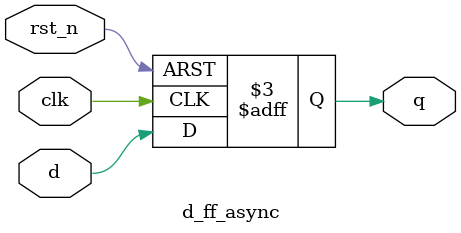
<source format=v>
`timescale 1ns / 1ps


module d_ff_async(
    input clk,
    input rst_n,
    input d,
    output reg q
    );
    
    always @(posedge clk or negedge rst_n)
    begin
        if (!rst_n)
            q <= 0;
        else
            q <= d;
    end
endmodule

</source>
